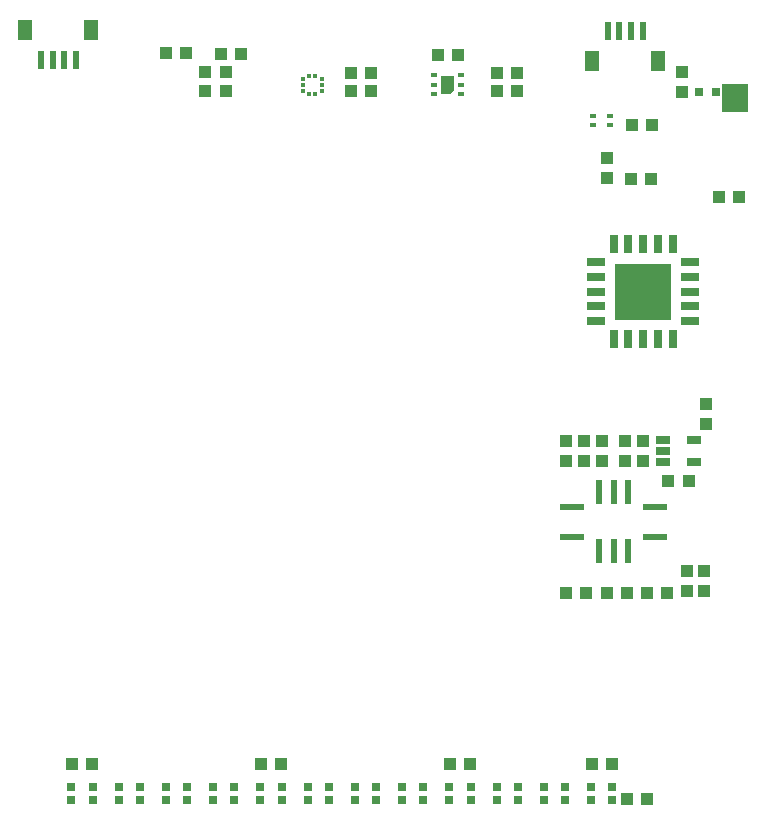
<source format=gbr>
G04 EAGLE Gerber RS-274X export*
G75*
%MOMM*%
%FSLAX34Y34*%
%LPD*%
%INSolderpaste Top*%
%IPPOS*%
%AMOC8*
5,1,8,0,0,1.08239X$1,22.5*%
G01*
%ADD10R,1.100000X1.000000*%
%ADD11R,0.600000X1.550000*%
%ADD12R,1.200000X1.800000*%
%ADD13R,1.000000X1.100000*%
%ADD14R,0.800000X0.800000*%
%ADD15R,2.235200X2.489200*%
%ADD16R,0.550000X0.400000*%
%ADD17R,0.800000X1.500000*%
%ADD18R,1.500000X0.800000*%
%ADD19R,4.800000X4.800000*%
%ADD20R,0.300000X0.325000*%
%ADD21R,0.325000X0.300000*%
%ADD22R,0.600000X2.000000*%
%ADD23R,2.000000X0.600000*%
%ADD24R,1.200000X0.700000*%
%ADD25R,0.700000X0.700000*%
%ADD26R,0.500000X0.300000*%

G36*
X441771Y617467D02*
X441771Y617467D01*
X441785Y617465D01*
X444785Y620465D01*
X444787Y620483D01*
X444797Y620491D01*
X444794Y620496D01*
X444799Y620500D01*
X444799Y632500D01*
X444763Y632547D01*
X444756Y632542D01*
X444750Y632549D01*
X434250Y632549D01*
X434203Y632513D01*
X434208Y632506D01*
X434201Y632500D01*
X434201Y617500D01*
X434237Y617453D01*
X434244Y617458D01*
X434250Y617451D01*
X441750Y617451D01*
X441771Y617467D01*
G37*
D10*
X264600Y651500D03*
X247600Y651500D03*
X200900Y651600D03*
X217900Y651600D03*
D11*
X595000Y670740D03*
X585000Y670740D03*
X605000Y670740D03*
X575000Y670740D03*
D12*
X562000Y645258D03*
X618000Y645258D03*
D11*
X105000Y645760D03*
X115000Y645760D03*
X95000Y645760D03*
X125000Y645760D03*
D12*
X138000Y671242D03*
X82000Y671242D03*
D13*
X638000Y619000D03*
X638000Y636000D03*
D14*
X667000Y619000D03*
X652000Y619000D03*
D15*
X683000Y614000D03*
D16*
X451000Y617000D03*
X451000Y625000D03*
X451000Y633000D03*
X428000Y633000D03*
X428000Y625000D03*
X428000Y617000D03*
D17*
X580000Y410000D03*
X592500Y410000D03*
X605000Y410000D03*
X617500Y410000D03*
X630000Y410000D03*
D18*
X645000Y425000D03*
X645000Y437500D03*
X645000Y450000D03*
X645000Y462500D03*
X645000Y475000D03*
D17*
X630000Y490000D03*
X617500Y490000D03*
X605000Y490000D03*
X592500Y490000D03*
X580000Y490000D03*
D18*
X565000Y475000D03*
X565000Y462500D03*
X565000Y450000D03*
X565000Y437500D03*
X565000Y425000D03*
D19*
X605000Y450000D03*
D20*
X327500Y632500D03*
X322500Y632500D03*
D21*
X317250Y630000D03*
X317250Y625000D03*
X317250Y620000D03*
D20*
X322500Y617500D03*
X327500Y617500D03*
D21*
X332750Y620000D03*
X332750Y625000D03*
X332750Y630000D03*
D10*
X251500Y635500D03*
X234500Y635500D03*
X234500Y620000D03*
X251500Y620000D03*
X358000Y620000D03*
X375000Y620000D03*
X358000Y635000D03*
X375000Y635000D03*
X431500Y650000D03*
X448500Y650000D03*
X498500Y620000D03*
X481500Y620000D03*
X481500Y635000D03*
X498500Y635000D03*
X594500Y545500D03*
X611500Y545500D03*
X669000Y530000D03*
X686000Y530000D03*
D13*
X574500Y546000D03*
X574500Y563000D03*
D22*
X592500Y280000D03*
X580000Y280000D03*
X567500Y280000D03*
D23*
X545000Y267700D03*
X545000Y242300D03*
D22*
X567500Y230000D03*
X580000Y230000D03*
X592500Y230000D03*
D23*
X615000Y242300D03*
X615000Y267700D03*
D13*
X540000Y306500D03*
X540000Y323500D03*
X555000Y306500D03*
X555000Y323500D03*
X570000Y306500D03*
X570000Y323500D03*
D24*
X621999Y324500D03*
X621999Y315000D03*
X621999Y305500D03*
X648001Y305500D03*
X648001Y324500D03*
D10*
X643500Y290000D03*
X626500Y290000D03*
D13*
X658500Y338000D03*
X658500Y355000D03*
X590000Y323500D03*
X590000Y306500D03*
X605000Y323500D03*
X605000Y306500D03*
D10*
X574500Y195000D03*
X591500Y195000D03*
X608500Y195000D03*
X625500Y195000D03*
X557000Y195000D03*
X540000Y195000D03*
D13*
X642000Y196500D03*
X642000Y213500D03*
X657000Y196500D03*
X657000Y213500D03*
D25*
X561000Y30500D03*
X561000Y19500D03*
X579000Y19500D03*
X579000Y30500D03*
X521000Y30500D03*
X521000Y19500D03*
X539000Y19500D03*
X539000Y30500D03*
X481000Y30500D03*
X481000Y19500D03*
X499000Y19500D03*
X499000Y30500D03*
X441000Y30500D03*
X441000Y19500D03*
X459000Y19500D03*
X459000Y30500D03*
X401000Y30500D03*
X401000Y19500D03*
X419000Y19500D03*
X419000Y30500D03*
X361000Y30500D03*
X361000Y19500D03*
X379000Y19500D03*
X379000Y30500D03*
X321000Y30500D03*
X321000Y19500D03*
X339000Y19500D03*
X339000Y30500D03*
X281000Y30500D03*
X281000Y19500D03*
X299000Y19500D03*
X299000Y30500D03*
X121000Y30500D03*
X121000Y19500D03*
X139000Y19500D03*
X139000Y30500D03*
X161000Y30500D03*
X161000Y19500D03*
X179000Y19500D03*
X179000Y30500D03*
X201000Y30500D03*
X201000Y19500D03*
X219000Y19500D03*
X219000Y30500D03*
X241000Y30500D03*
X241000Y19500D03*
X259000Y19500D03*
X259000Y30500D03*
D10*
X138500Y50000D03*
X121500Y50000D03*
X298500Y50000D03*
X281500Y50000D03*
X458500Y50000D03*
X441500Y50000D03*
X578500Y50000D03*
X561500Y50000D03*
X591500Y20000D03*
X608500Y20000D03*
D26*
X563000Y599000D03*
X563000Y591000D03*
X577000Y591000D03*
X577000Y599000D03*
D10*
X595500Y591000D03*
X612500Y591000D03*
M02*

</source>
